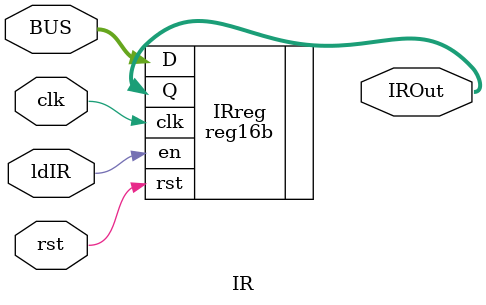
<source format=v>
module IR(
	input [15:0] BUS,
	input ldIR,
	output [15:0] IROut,
	input clk,
	input rst);

	reg16b IRreg (
		.D (BUS),
		.en (ldIR),
		.rst (rst),
		.clk (clk),
		.Q (IROut));

endmodule
</source>
